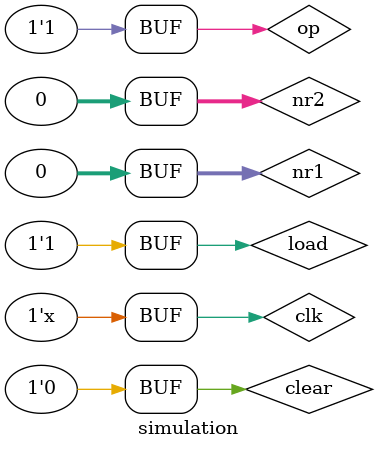
<source format=v>
`timescale 1ns / 1ps


module simulation();
    reg clk, load, clear;
    reg [31:0] nr1, nr2;
    reg op;
    wire [7:0] exp_out;
    wire [23:0] mantisa_out;
    
    always #50 clk = ~clk;
    tot tot(nr1, nr2, clk, load, clear, op, exp_out, mantisa_out);
    initial 
    begin
        clk = 0;
        clear = 0;
        load = 1;
        op = 1;
        nr1 = 0; 
        nr2 = 0; 
        
        #100
        load = 1;
        nr1 = 32'b01000010000011110000000000000000; 
        nr2 = 32'b01000001101001000000000000000000;
        
        #100
        load = 1;
        nr1 = 1; 
        nr2 = 1; 
        op = 0;
        
        #100
        load = 1;
        nr1 = 0; 
        nr2 = 0; 
        op = 1;
    end
endmodule

</source>
